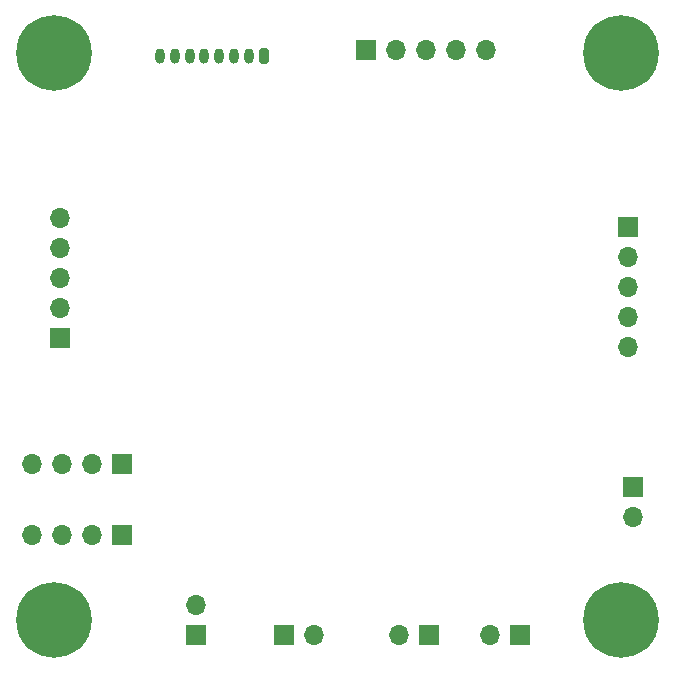
<source format=gbr>
%TF.GenerationSoftware,KiCad,Pcbnew,8.0.6*%
%TF.CreationDate,2025-03-18T14:58:07-04:00*%
%TF.ProjectId,PCB-Test,5043422d-5465-4737-942e-6b696361645f,rev?*%
%TF.SameCoordinates,Original*%
%TF.FileFunction,Soldermask,Bot*%
%TF.FilePolarity,Negative*%
%FSLAX46Y46*%
G04 Gerber Fmt 4.6, Leading zero omitted, Abs format (unit mm)*
G04 Created by KiCad (PCBNEW 8.0.6) date 2025-03-18 14:58:07*
%MOMM*%
%LPD*%
G01*
G04 APERTURE LIST*
G04 Aperture macros list*
%AMRoundRect*
0 Rectangle with rounded corners*
0 $1 Rounding radius*
0 $2 $3 $4 $5 $6 $7 $8 $9 X,Y pos of 4 corners*
0 Add a 4 corners polygon primitive as box body*
4,1,4,$2,$3,$4,$5,$6,$7,$8,$9,$2,$3,0*
0 Add four circle primitives for the rounded corners*
1,1,$1+$1,$2,$3*
1,1,$1+$1,$4,$5*
1,1,$1+$1,$6,$7*
1,1,$1+$1,$8,$9*
0 Add four rect primitives between the rounded corners*
20,1,$1+$1,$2,$3,$4,$5,0*
20,1,$1+$1,$4,$5,$6,$7,0*
20,1,$1+$1,$6,$7,$8,$9,0*
20,1,$1+$1,$8,$9,$2,$3,0*%
G04 Aperture macros list end*
%ADD10R,1.700000X1.700000*%
%ADD11O,1.700000X1.700000*%
%ADD12RoundRect,0.200000X0.200000X0.450000X-0.200000X0.450000X-0.200000X-0.450000X0.200000X-0.450000X0*%
%ADD13O,0.800000X1.300000*%
%ADD14C,0.800000*%
%ADD15C,6.400000*%
G04 APERTURE END LIST*
D10*
%TO.C,J10*%
X161800000Y-90750000D03*
D11*
X159260000Y-90750000D03*
X156720000Y-90750000D03*
X154180000Y-90750000D03*
%TD*%
D10*
%TO.C,J8*%
X175500000Y-105250000D03*
D11*
X178040000Y-105250000D03*
%TD*%
D10*
%TO.C,JP1*%
X168000000Y-105275000D03*
D11*
X168000000Y-102735000D03*
%TD*%
D10*
%TO.C,J2*%
X182420000Y-55750000D03*
D11*
X184960000Y-55750000D03*
X187500000Y-55750000D03*
X190040000Y-55750000D03*
X192580000Y-55750000D03*
%TD*%
D12*
%TO.C,J1*%
X173750000Y-56250000D03*
D13*
X172500000Y-56250000D03*
X171250000Y-56250000D03*
X170000000Y-56250000D03*
X168750000Y-56250000D03*
X167500000Y-56250000D03*
X166250000Y-56250000D03*
X165000000Y-56250000D03*
%TD*%
D10*
%TO.C,J4*%
X156550000Y-80075000D03*
D11*
X156550000Y-77535000D03*
X156550000Y-74995000D03*
X156550000Y-72455000D03*
X156550000Y-69915000D03*
%TD*%
D14*
%TO.C,H1*%
X153600000Y-104000000D03*
X154302944Y-102302944D03*
X154302944Y-105697056D03*
X156000000Y-101600000D03*
D15*
X156000000Y-104000000D03*
D14*
X156000000Y-106400000D03*
X157697056Y-102302944D03*
X157697056Y-105697056D03*
X158400000Y-104000000D03*
%TD*%
%TO.C,H3*%
X201600000Y-104000000D03*
X202302944Y-102302944D03*
X202302944Y-105697056D03*
X204000000Y-101600000D03*
D15*
X204000000Y-104000000D03*
D14*
X204000000Y-106400000D03*
X205697056Y-102302944D03*
X205697056Y-105697056D03*
X206400000Y-104000000D03*
%TD*%
%TO.C,H4*%
X201600000Y-56000000D03*
X202302944Y-54302944D03*
X202302944Y-57697056D03*
X204000000Y-53600000D03*
D15*
X204000000Y-56000000D03*
D14*
X204000000Y-58400000D03*
X205697056Y-54302944D03*
X205697056Y-57697056D03*
X206400000Y-56000000D03*
%TD*%
D10*
%TO.C,J9*%
X161750000Y-96750000D03*
D11*
X159210000Y-96750000D03*
X156670000Y-96750000D03*
X154130000Y-96750000D03*
%TD*%
D14*
%TO.C,H2*%
X153600000Y-56000000D03*
X154302944Y-54302944D03*
X154302944Y-57697056D03*
X156000000Y-53600000D03*
D15*
X156000000Y-56000000D03*
D14*
X156000000Y-58400000D03*
X157697056Y-54302944D03*
X157697056Y-57697056D03*
X158400000Y-56000000D03*
%TD*%
D10*
%TO.C,J3*%
X204625000Y-70675000D03*
D11*
X204625000Y-73215000D03*
X204625000Y-75755000D03*
X204625000Y-78295000D03*
X204625000Y-80835000D03*
%TD*%
D10*
%TO.C,J5*%
X187775000Y-105250000D03*
D11*
X185235000Y-105250000D03*
%TD*%
D10*
%TO.C,J7*%
X205000000Y-92725000D03*
D11*
X205000000Y-95265000D03*
%TD*%
D10*
%TO.C,J6*%
X195500000Y-105250000D03*
D11*
X192960000Y-105250000D03*
%TD*%
M02*

</source>
